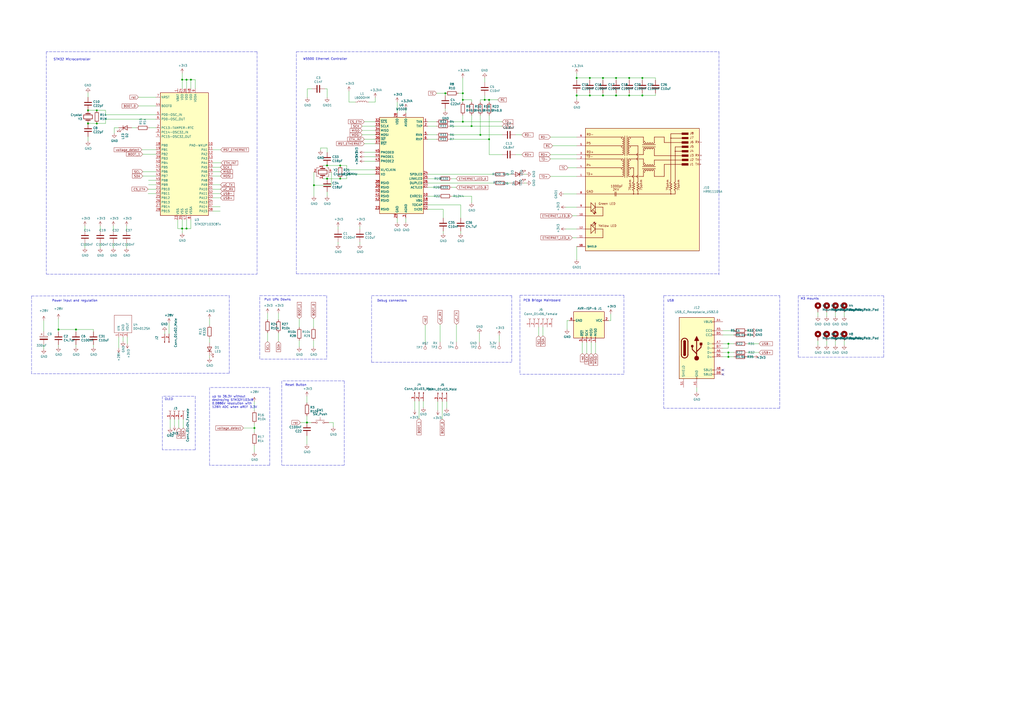
<source format=kicad_sch>
(kicad_sch (version 20211123) (generator eeschema)
  (paper "A2")
  (title_block (title "ETHERSWEEP 4") (rev "4.0.1") (company "github.com/neumi"))
  (junction (at 422.529 204.47))
  (junction (at 268.478 57.912))
  (junction (at 281.178 57.912))
  (junction (at 105.664 46.228))
  (junction (at 108.204 46.228))
  (junction (at 422.529 207.01))
  (junction (at 105.664 132.588))
  (junction (at 56.134 64.008))
  (junction (at 357.378 55.372))
  (junction (at 283.718 57.912))
  (junction (at 51.054 71.628))
  (junction (at 422.529 199.39))
  (junction (at 334.518 45.212))
  (junction (at 197.358 103.632))
  (junction (at 268.478 54.102))
  (junction (at 110.744 46.228))
  (junction (at 342.138 55.372))
  (junction (at 283.718 80.772))
  (junction (at 273.558 73.152))
  (junction (at 189.738 103.632))
  (junction (at 372.618 55.372))
  (junction (at 182.118 107.442))
  (junction (at 364.998 45.212))
  (junction (at 51.054 64.008))
  (junction (at 44.069 191.135))
  (junction (at 349.758 45.212))
  (junction (at 342.138 45.212))
  (junction (at 364.998 55.372))
  (junction (at 33.909 191.135))
  (junction (at 349.758 55.372))
  (junction (at 357.378 45.212))
  (junction (at 108.204 132.588))
  (junction (at 278.638 78.232))
  (junction (at 372.618 45.212))
  (junction (at 178.054 245.11))
  (junction (at 258.318 54.102))
  (junction (at 189.738 96.012))
  (junction (at 334.518 55.372))
  (junction (at 56.134 71.628))
  (junction (at 197.358 96.012))
  (junction (at 268.478 70.612))
  (junction (at 147.574 248.285))
  (no_connect (at 419.354 217.17))
  (no_connect (at 419.354 214.63))
  (wire (pts (xy 25.4 192.278) (xy 25.4 185.928)))
  (wire (pts (xy 105.664 46.228) (xy 105.664 42.418)))
  (wire (pts (xy 254.508 113.792) (xy 248.158 113.792)))
  (wire (pts (xy 51.054 79.248) (xy 51.054 81.788)))
  (wire (pts (xy 211.328 88.392) (xy 217.678 88.392)))
  (polyline (pts (xy 113.284 260.985) (xy 94.234 260.985)))
  (polyline (pts (xy 150.749 208.28) (xy 150.749 171.45)))
  (wire (pts (xy 273.558 73.152) (xy 291.338 73.152)))
  (wire (pts (xy 82.804 99.568) (xy 90.424 99.568)))
  (wire (pts (xy 101.219 243.205) (xy 101.219 247.015)))
  (wire (pts (xy 106.299 248.285) (xy 106.299 243.205)))
  (wire (pts (xy 189.738 103.632) (xy 197.358 103.632)))
  (wire (pts (xy 364.998 46.482) (xy 364.998 45.212)))
  (polyline (pts (xy 94.234 229.87) (xy 94.234 260.985)))
  (polyline (pts (xy 171.958 29.972) (xy 417.068 29.972)))
  (wire (pts (xy 82.804 89.408) (xy 90.424 89.408)))
  (wire (pts (xy 217.678 101.092) (xy 201.168 101.092)))
  (polyline (pts (xy 156.464 269.875) (xy 121.539 269.875)))
  (wire (pts (xy 267.208 134.112) (xy 267.208 135.382)))
  (wire (pts (xy 334.518 42.672) (xy 334.518 45.212)))
  (wire (pts (xy 364.998 54.102) (xy 364.998 55.372)))
  (wire (pts (xy 260.858 73.152) (xy 273.558 73.152)))
  (wire (pts (xy 357.378 55.372) (xy 364.998 55.372)))
  (wire (pts (xy 253.238 80.772) (xy 248.158 80.772)))
  (wire (pts (xy 474.472 197.612) (xy 474.472 200.152)))
  (wire (pts (xy 484.632 197.612) (xy 484.632 200.152)))
  (wire (pts (xy 82.804 102.108) (xy 90.424 102.108)))
  (wire (pts (xy 419.354 191.77) (xy 425.704 191.77)))
  (polyline (pts (xy 463.042 171.577) (xy 463.042 207.137)))
  (wire (pts (xy 202.438 52.832) (xy 202.438 59.182)))
  (polyline (pts (xy 296.799 171.45) (xy 296.799 210.185)))
  (wire (pts (xy 201.168 96.012) (xy 197.358 96.012)))
  (wire (pts (xy 258.318 55.372) (xy 258.318 54.102)))
  (wire (pts (xy 123.444 114.808) (xy 127.889 114.808)))
  (wire (pts (xy 123.444 122.428) (xy 127.762 122.428)))
  (polyline (pts (xy 121.539 224.79) (xy 121.539 269.875)))
  (wire (pts (xy 380.238 55.372) (xy 380.238 54.102)))
  (wire (pts (xy 349.758 45.212) (xy 342.138 45.212)))
  (wire (pts (xy 248.158 118.872) (xy 267.208 118.872)))
  (wire (pts (xy 121.539 206.375) (xy 121.539 207.645)))
  (wire (pts (xy 372.618 45.212) (xy 364.998 45.212)))
  (wire (pts (xy 25.4 199.898) (xy 25.4 202.438)))
  (wire (pts (xy 258.318 62.992) (xy 258.318 64.262)))
  (wire (pts (xy 253.238 54.102) (xy 258.318 54.102)))
  (wire (pts (xy 422.529 207.01) (xy 425.704 207.01)))
  (polyline (pts (xy 163.449 220.98) (xy 163.449 269.875)))
  (wire (pts (xy 56.134 64.008) (xy 61.214 64.008)))
  (wire (pts (xy 217.678 83.312) (xy 211.328 83.312)))
  (wire (pts (xy 319.278 89.662) (xy 334.518 89.662)))
  (wire (pts (xy 283.718 66.802) (xy 283.718 80.772)))
  (wire (pts (xy 281.178 45.212) (xy 281.178 47.752)))
  (wire (pts (xy 201.168 98.552) (xy 217.678 98.552)))
  (wire (pts (xy 256.54 243.078) (xy 256.54 232.918)))
  (wire (pts (xy 108.204 127.508) (xy 108.204 132.588)))
  (wire (pts (xy 187.198 96.012) (xy 189.738 96.012)))
  (wire (pts (xy 98.044 193.675) (xy 98.044 187.325)))
  (wire (pts (xy 110.744 132.588) (xy 108.204 132.588)))
  (wire (pts (xy 419.354 207.01) (xy 422.529 207.01)))
  (wire (pts (xy 61.214 66.548) (xy 90.424 66.548)))
  (wire (pts (xy 268.478 70.612) (xy 291.338 70.612)))
  (wire (pts (xy 61.214 64.008) (xy 61.214 66.548)))
  (wire (pts (xy 289.56 198.374) (xy 289.56 194.564)))
  (wire (pts (xy 201.168 101.092) (xy 201.168 103.632)))
  (wire (pts (xy 283.718 89.662) (xy 291.338 89.662)))
  (wire (pts (xy 354.33 185.928) (xy 354.33 182.118)))
  (wire (pts (xy 293.878 106.172) (xy 296.418 106.172)))
  (wire (pts (xy 210.058 78.232) (xy 217.678 78.232)))
  (wire (pts (xy 210.058 75.692) (xy 217.678 75.692)))
  (wire (pts (xy 404.114 224.79) (xy 404.114 227.33)))
  (wire (pts (xy 334.518 143.002) (xy 334.518 150.622)))
  (wire (pts (xy 86.106 107.188) (xy 90.424 107.188)))
  (wire (pts (xy 161.544 185.42) (xy 161.544 181.61)))
  (wire (pts (xy 103.759 243.205) (xy 103.759 248.285)))
  (wire (pts (xy 334.518 45.212) (xy 334.518 46.482)))
  (wire (pts (xy 312.42 189.738) (xy 312.42 194.818)))
  (wire (pts (xy 192.278 107.442) (xy 182.118 107.442)))
  (wire (pts (xy 178.054 241.3) (xy 178.054 245.11)))
  (polyline (pts (xy 171.958 158.877) (xy 417.068 158.877)))
  (wire (pts (xy 262.128 103.632) (xy 264.668 103.632)))
  (wire (pts (xy 110.744 127.508) (xy 110.744 132.588)))
  (wire (pts (xy 66.294 74.168) (xy 66.294 77.343)))
  (polyline (pts (xy 417.068 29.972) (xy 417.068 159.512)))
  (wire (pts (xy 33.909 200.025) (xy 33.909 201.295)))
  (wire (pts (xy 123.444 97.028) (xy 127.889 97.028)))
  (wire (pts (xy 65.786 141.224) (xy 65.786 143.764)))
  (wire (pts (xy 49.276 131.064) (xy 49.276 133.604)))
  (wire (pts (xy 320.548 84.582) (xy 334.518 84.582)))
  (wire (pts (xy 334.518 112.522) (xy 326.898 112.522)))
  (wire (pts (xy 259.08 232.918) (xy 259.08 236.728)))
  (wire (pts (xy 213.868 59.182) (xy 217.678 59.182)))
  (wire (pts (xy 314.96 194.818) (xy 314.96 189.738)))
  (polyline (pts (xy 26.924 29.972) (xy 26.924 159.004)))
  (wire (pts (xy 189.738 85.852) (xy 185.928 85.852)))
  (wire (pts (xy 268.478 59.182) (xy 268.478 57.912)))
  (wire (pts (xy 90.424 112.268) (xy 85.852 112.268)))
  (wire (pts (xy 257.048 134.112) (xy 257.048 135.382)))
  (wire (pts (xy 182.118 99.822) (xy 182.118 107.442)))
  (wire (pts (xy 342.138 45.212) (xy 334.518 45.212)))
  (wire (pts (xy 66.294 74.168) (xy 68.834 74.168)))
  (wire (pts (xy 364.998 45.212) (xy 357.378 45.212)))
  (wire (pts (xy 155.194 185.42) (xy 155.194 181.61)))
  (wire (pts (xy 283.718 57.912) (xy 288.798 57.912)))
  (polyline (pts (xy 149.098 29.972) (xy 26.924 29.972)))
  (wire (pts (xy 128.27 94.488) (xy 123.444 94.488)))
  (wire (pts (xy 349.758 54.102) (xy 349.758 55.372)))
  (wire (pts (xy 178.308 56.642) (xy 178.308 51.562)))
  (wire (pts (xy 304.038 106.172) (xy 305.308 106.172)))
  (polyline (pts (xy 215.519 210.185) (xy 296.799 210.185)))
  (wire (pts (xy 51.054 56.388) (xy 51.054 53.848)))
  (wire (pts (xy 357.378 46.482) (xy 357.378 45.212)))
  (wire (pts (xy 334.518 137.922) (xy 331.978 137.922)))
  (polyline (pts (xy 189.484 171.45) (xy 189.484 208.28)))
  (wire (pts (xy 201.168 96.012) (xy 201.168 98.552)))
  (wire (pts (xy 105.664 132.588) (xy 103.124 132.588)))
  (wire (pts (xy 65.786 131.064) (xy 65.786 133.604)))
  (polyline (pts (xy 113.284 229.87) (xy 113.284 260.985)))
  (wire (pts (xy 422.529 204.47) (xy 425.704 204.47)))
  (wire (pts (xy 283.718 80.772) (xy 283.718 89.662)))
  (wire (pts (xy 262.128 108.712) (xy 264.668 108.712)))
  (wire (pts (xy 372.618 54.102) (xy 372.618 55.372)))
  (wire (pts (xy 298.958 78.232) (xy 302.768 78.232)))
  (polyline (pts (xy 215.519 210.185) (xy 215.519 171.45)))
  (wire (pts (xy 246.634 188.468) (xy 246.634 198.628)))
  (wire (pts (xy 95.504 193.675) (xy 95.504 192.405)))
  (wire (pts (xy 433.324 204.47) (xy 440.309 204.47)))
  (wire (pts (xy 188.468 51.562) (xy 189.738 51.562)))
  (polyline (pts (xy 361.95 217.043) (xy 301.625 217.043)))
  (wire (pts (xy 354.33 185.928) (xy 353.06 185.928)))
  (wire (pts (xy 147.574 248.285) (xy 147.574 250.825)))
  (wire (pts (xy 268.478 54.102) (xy 268.478 57.912)))
  (polyline (pts (xy 385.064 171.45) (xy 452.374 171.45)))
  (wire (pts (xy 319.278 92.202) (xy 334.518 92.202)))
  (wire (pts (xy 334.518 55.372) (xy 334.518 57.912)))
  (polyline (pts (xy 18.288 171.704) (xy 132.969 171.45)))
  (polyline (pts (xy 156.464 224.79) (xy 156.464 269.875)))
  (wire (pts (xy 44.069 191.135) (xy 44.069 192.405)))
  (wire (pts (xy 422.529 201.93) (xy 422.529 199.39)))
  (wire (pts (xy 110.744 46.228) (xy 113.284 46.228)))
  (polyline (pts (xy 18.288 171.704) (xy 18.288 216.789)))
  (polyline (pts (xy 94.869 229.87) (xy 113.284 229.87)))
  (wire (pts (xy 273.558 57.912) (xy 273.558 59.182)))
  (wire (pts (xy 123.444 99.568) (xy 127.889 99.568)))
  (wire (pts (xy 268.478 45.212) (xy 268.478 54.102)))
  (polyline (pts (xy 199.644 220.98) (xy 199.644 269.875)))
  (wire (pts (xy 178.054 233.68) (xy 178.054 229.87)))
  (wire (pts (xy 174.244 245.11) (xy 178.054 245.11)))
  (wire (pts (xy 329.438 97.282) (xy 334.518 97.282)))
  (wire (pts (xy 193.294 245.11) (xy 193.294 247.65)))
  (wire (pts (xy 217.678 70.612) (xy 211.328 70.612)))
  (wire (pts (xy 33.909 191.135) (xy 44.069 191.135)))
  (wire (pts (xy 298.958 89.662) (xy 302.768 89.662)))
  (wire (pts (xy 372.618 46.482) (xy 372.618 45.212)))
  (wire (pts (xy 357.378 54.102) (xy 357.378 55.372)))
  (wire (pts (xy 278.638 78.232) (xy 291.338 78.232)))
  (wire (pts (xy 33.909 191.135) (xy 33.909 184.785)))
  (wire (pts (xy 474.472 181.102) (xy 474.472 183.642)))
  (wire (pts (xy 340.36 198.628) (xy 340.36 204.978)))
  (wire (pts (xy 192.278 99.822) (xy 192.278 107.442)))
  (wire (pts (xy 54.229 200.025) (xy 54.229 201.295)))
  (wire (pts (xy 73.406 131.064) (xy 73.406 133.604)))
  (wire (pts (xy 262.128 113.792) (xy 273.558 113.792)))
  (polyline (pts (xy 149.098 29.972) (xy 149.098 159.004)))
  (wire (pts (xy 255.27 198.374) (xy 255.27 188.214)))
  (wire (pts (xy 51.054 71.628) (xy 56.134 71.628)))
  (wire (pts (xy 185.928 85.852) (xy 185.928 87.122)))
  (wire (pts (xy 419.354 199.39) (xy 422.529 199.39)))
  (wire (pts (xy 260.858 78.232) (xy 278.638 78.232)))
  (wire (pts (xy 319.278 102.362) (xy 334.518 102.362)))
  (wire (pts (xy 334.518 54.102) (xy 334.518 55.372)))
  (wire (pts (xy 108.204 46.228) (xy 108.204 51.308)))
  (wire (pts (xy 110.744 46.228) (xy 110.744 51.308)))
  (wire (pts (xy 342.9 204.978) (xy 342.9 198.628)))
  (polyline (pts (xy 463.042 171.577) (xy 512.572 171.577)))
  (wire (pts (xy 73.914 195.58) (xy 73.914 199.39)))
  (wire (pts (xy 61.214 69.088) (xy 61.214 71.628)))
  (wire (pts (xy 479.552 197.612) (xy 479.552 200.152)))
  (polyline (pts (xy 164.084 220.98) (xy 199.644 220.98)))
  (wire (pts (xy 105.664 46.228) (xy 108.204 46.228)))
  (wire (pts (xy 202.438 59.182) (xy 206.248 59.182)))
  (wire (pts (xy 123.444 109.728) (xy 127.889 109.728)))
  (wire (pts (xy 357.378 45.212) (xy 349.758 45.212)))
  (wire (pts (xy 217.678 59.182) (xy 217.678 56.642)))
  (wire (pts (xy 278.638 59.182) (xy 278.638 57.912)))
  (wire (pts (xy 319.278 79.502) (xy 334.518 79.502)))
  (wire (pts (xy 161.544 198.12) (xy 161.544 193.04)))
  (wire (pts (xy 337.82 198.628) (xy 337.82 204.978)))
  (wire (pts (xy 380.238 45.212) (xy 372.618 45.212)))
  (wire (pts (xy 484.632 181.102) (xy 484.632 183.642)))
  (wire (pts (xy 123.444 102.108) (xy 127.889 102.108)))
  (wire (pts (xy 103.124 132.588) (xy 103.124 127.508)))
  (wire (pts (xy 78.994 74.168) (xy 76.454 74.168)))
  (wire (pts (xy 278.638 66.802) (xy 278.638 78.232)))
  (wire (pts (xy 123.444 86.868) (xy 128.016 86.868)))
  (wire (pts (xy 178.308 51.562) (xy 180.848 51.562)))
  (wire (pts (xy 230.378 59.182) (xy 230.378 65.532)))
  (wire (pts (xy 248.158 101.092) (xy 286.258 101.092)))
  (wire (pts (xy 73.406 141.224) (xy 73.406 143.764)))
  (wire (pts (xy 208.788 140.462) (xy 208.788 141.732)))
  (wire (pts (xy 281.178 55.372) (xy 281.178 57.912)))
  (wire (pts (xy 433.324 191.77) (xy 435.864 191.77)))
  (wire (pts (xy 33.909 191.135) (xy 33.909 192.405)))
  (wire (pts (xy 265.938 54.102) (xy 268.478 54.102)))
  (wire (pts (xy 189.738 96.012) (xy 197.358 96.012)))
  (wire (pts (xy 68.834 195.58) (xy 68.834 201.93)))
  (wire (pts (xy 433.324 207.01) (xy 437.134 207.01)))
  (wire (pts (xy 80.264 61.468) (xy 90.424 61.468)))
  (wire (pts (xy 90.424 109.728) (xy 85.852 109.728)))
  (wire (pts (xy 80.264 56.388) (xy 90.424 56.388)))
  (wire (pts (xy 108.204 46.228) (xy 110.744 46.228)))
  (wire (pts (xy 208.788 131.572) (xy 208.788 132.842)))
  (wire (pts (xy 173.609 184.785) (xy 173.609 189.865)))
  (wire (pts (xy 121.539 188.595) (xy 121.539 184.785)))
  (wire (pts (xy 240.538 232.664) (xy 240.538 237.744)))
  (polyline (pts (xy 150.749 171.45) (xy 189.484 171.45)))
  (wire (pts (xy 267.208 118.872) (xy 267.208 126.492)))
  (wire (pts (xy 433.324 199.39) (xy 440.309 199.39)))
  (wire (pts (xy 90.424 86.868) (xy 82.296 86.868)))
  (wire (pts (xy 187.198 103.632) (xy 189.738 103.632)))
  (polyline (pts (xy 512.572 207.137) (xy 512.572 171.577)))
  (wire (pts (xy 422.529 204.47) (xy 422.529 207.01)))
  (wire (pts (xy 248.158 106.172) (xy 286.258 106.172)))
  (wire (pts (xy 334.518 125.222) (xy 331.978 125.222)))
  (wire (pts (xy 189.738 88.392) (xy 189.738 85.852)))
  (polyline (pts (xy 189.484 208.28) (xy 150.749 208.28)))
  (polyline (pts (xy 301.625 171.323) (xy 361.95 171.323)))
  (wire (pts (xy 230.378 126.492) (xy 230.378 129.032)))
  (wire (pts (xy 281.178 57.912) (xy 283.718 57.912)))
  (wire (pts (xy 147.574 258.445) (xy 147.574 262.255)))
  (wire (pts (xy 248.158 70.612) (xy 253.238 70.612)))
  (wire (pts (xy 304.038 101.092) (xy 305.308 101.092)))
  (wire (pts (xy 86.106 104.648) (xy 90.424 104.648)))
  (polyline (pts (xy 215.519 171.45) (xy 296.799 171.45)))
  (wire (pts (xy 71.374 195.58) (xy 71.374 198.12)))
  (wire (pts (xy 51.054 64.008) (xy 56.134 64.008)))
  (wire (pts (xy 419.354 204.47) (xy 422.529 204.47)))
  (wire (pts (xy 105.664 46.228) (xy 105.664 51.308)))
  (wire (pts (xy 283.718 57.912) (xy 283.718 59.182)))
  (wire (pts (xy 235.458 126.492) (xy 235.458 129.032)))
  (wire (pts (xy 56.134 71.628) (xy 61.214 71.628)))
  (wire (pts (xy 245.618 232.664) (xy 245.618 236.474)))
  (wire (pts (xy 364.998 55.372) (xy 372.618 55.372)))
  (wire (pts (xy 422.529 199.39) (xy 425.704 199.39)))
  (wire (pts (xy 260.858 80.772) (xy 283.718 80.772)))
  (wire (pts (xy 211.328 90.932) (xy 217.678 90.932)))
  (wire (pts (xy 58.166 131.064) (xy 58.166 133.604)))
  (wire (pts (xy 278.638 57.912) (xy 281.178 57.912)))
  (wire (pts (xy 235.458 62.992) (xy 235.458 65.532)))
  (polyline (pts (xy 385.064 171.45) (xy 385.064 236.855)))
  (polyline (pts (xy 361.95 171.323) (xy 361.95 217.043)))
  (wire (pts (xy 211.328 93.472) (xy 217.678 93.472)))
  (wire (pts (xy 54.229 191.135) (xy 54.229 192.405)))
  (wire (pts (xy 58.166 141.224) (xy 58.166 143.764)))
  (wire (pts (xy 243.078 242.824) (xy 243.078 232.664)))
  (wire (pts (xy 182.118 107.442) (xy 182.118 113.792)))
  (wire (pts (xy 264.795 188.214) (xy 264.795 198.374)))
  (wire (pts (xy 334.518 55.372) (xy 342.138 55.372)))
  (wire (pts (xy 44.069 200.025) (xy 44.069 201.295)))
  (polyline (pts (xy 301.625 171.323) (xy 301.625 217.043)))
  (wire (pts (xy 196.088 131.572) (xy 196.088 132.842)))
  (wire (pts (xy 328.93 185.928) (xy 328.93 191.008)))
  (wire (pts (xy 61.214 69.088) (xy 90.424 69.088)))
  (wire (pts (xy 123.444 107.188) (xy 127.889 107.188)))
  (wire (pts (xy 196.088 140.462) (xy 196.088 141.732)))
  (wire (pts (xy 98.679 243.205) (xy 98.679 248.285)))
  (wire (pts (xy 268.478 66.802) (xy 268.478 70.612)))
  (wire (pts (xy 105.664 132.588) (xy 105.664 135.128)))
  (polyline (pts (xy 26.924 159.004) (xy 149.098 159.004)))
  (wire (pts (xy 273.558 113.792) (xy 273.558 117.602)))
  (wire (pts (xy 342.138 46.482) (xy 342.138 45.212)))
  (wire (pts (xy 342.138 54.102) (xy 342.138 55.372)))
  (wire (pts (xy 278.13 198.374) (xy 278.13 193.294)))
  (polyline (pts (xy 171.958 158.877) (xy 171.958 29.972)))
  (polyline (pts (xy 122.174 224.79) (xy 156.464 224.79)))
  (wire (pts (xy 372.618 55.372) (xy 380.238 55.372)))
  (polyline (pts (xy 452.374 171.45) (xy 452.374 236.855)))
  (wire (pts (xy 155.194 193.04) (xy 155.194 198.12)))
  (wire (pts (xy 254 232.918) (xy 254 237.998)))
  (wire (pts (xy 479.552 181.102) (xy 479.552 183.642)))
  (polyline (pts (xy 452.374 236.855) (xy 385.064 236.855)))
  (wire (pts (xy 105.664 127.508) (xy 105.664 132.588)))
  (polyline (pts (xy 463.042 207.137) (xy 512.572 207.137)))
  (wire (pts (xy 90.424 74.168) (xy 86.614 74.168)))
  (wire (pts (xy 178.054 252.73) (xy 178.054 257.81)))
  (wire (pts (xy 147.574 238.125) (xy 147.574 233.045)))
  (wire (pts (xy 189.738 51.562) (xy 189.738 56.642)))
  (wire (pts (xy 257.048 121.412) (xy 257.048 126.492)))
  (wire (pts (xy 273.558 66.802) (xy 273.558 73.152)))
  (wire (pts (xy 123.444 112.268) (xy 127.889 112.268)))
  (wire (pts (xy 349.758 55.372) (xy 357.378 55.372)))
  (wire (pts (xy 105.664 132.588) (xy 108.204 132.588)))
  (wire (pts (xy 345.44 198.628) (xy 345.44 204.978)))
  (wire (pts (xy 293.878 101.092) (xy 296.418 101.092)))
  (wire (pts (xy 268.478 57.912) (xy 273.558 57.912)))
  (polyline (pts (xy 199.644 269.875) (xy 163.449 269.875)))
  (wire (pts (xy 330.2 185.928) (xy 328.93 185.928)))
  (wire (pts (xy 380.238 46.482) (xy 380.238 45.212)))
  (wire (pts (xy 197.358 103.632) (xy 201.168 103.632)))
  (wire (pts (xy 489.712 181.102) (xy 489.712 183.642)))
  (wire (pts (xy 419.354 201.93) (xy 422.529 201.93)))
  (wire (pts (xy 433.324 194.31) (xy 435.864 194.31)))
  (wire (pts (xy 328.168 120.142) (xy 334.518 120.142)))
  (wire (pts (xy 419.354 194.31) (xy 425.704 194.31)))
  (wire (pts (xy 248.158 103.632) (xy 254.508 103.632)))
  (wire (pts (xy 44.069 191.135) (xy 54.229 191.135)))
  (wire (pts (xy 127.762 119.888) (xy 123.444 119.888)))
  (wire (pts (xy 49.276 141.224) (xy 49.276 143.764)))
  (wire (pts (xy 181.864 189.865) (xy 181.864 184.785)))
  (wire (pts (xy 113.284 46.228) (xy 113.284 51.308)))
  (wire (pts (xy 489.712 197.612) (xy 489.712 200.152)))
  (wire (pts (xy 190.754 245.11) (xy 193.294 245.11)))
  (wire (pts (xy 260.858 70.612) (xy 268.478 70.612)))
  (wire (pts (xy 173.609 197.485) (xy 173.609 201.295)))
  (wire (pts (xy 181.864 197.485) (xy 181.864 201.295)))
  (wire (pts (xy 342.138 55.372) (xy 349.758 55.372)))
  (wire (pts (xy 141.224 248.285) (xy 147.574 248.285)))
  (wire (pts (xy 178.054 245.11) (xy 180.594 245.11)))
  (wire (pts (xy 248.158 108.712) (xy 254.508 108.712)))
  (wire (pts (xy 189.738 111.252) (xy 189.738 113.792)))
  (wire (pts (xy 210.058 73.152) (xy 217.678 73.152)))
  (wire (pts (xy 248.158 78.232) (xy 253.238 78.232)))
  (wire (pts (xy 253.238 73.152) (xy 248.158 73.152)))
  (wire (pts (xy 328.168 132.842) (xy 334.518 132.842)))
  (polyline (pts (xy 132.969 171.45) (xy 132.969 216.535)))
  (wire (pts (xy 248.158 121.412) (xy 257.048 121.412)))
  (wire (pts (xy 121.539 196.215) (xy 121.539 198.755)))
  (wire (pts (xy 349.758 46.482) (xy 349.758 45.212)))
  (wire (pts (xy 217.678 80.772) (xy 211.328 80.772)))
  (wire (pts (xy 147.574 245.745) (xy 147.574 248.285)))
  (polyline (pts (xy 132.969 216.535) (xy 18.288 216.789)))
  (text "USB" (at 386.969 175.26 0) (effects (font (size 1.27 1.27)) (justify left bottom)))
  (text "W5500 Ethernet Controller" (at 175.768 35.052 0) (effects (font (size 1.27 1.27)) (justify left bottom)))
  (text "M3 mounts" (at 464.312 174.117 0) (effects (font (size 1.27 1.27)) (justify left bottom)))
  (text "OLED" (at 95.504 232.41 0) (effects (font (size 1.27 1.27)) (justify left bottom)))
  (text "Power input and regulation" (at 30.099 175.26 0) (effects (font (size 1.27 1.27)) (justify left bottom)))
  (text "Debug connectors" (at 218.694 175.26 0) (effects (font (size 1.27 1.27)) (justify left bottom)))
  (text "Pull UPs Downs\n" (at 153.289 174.625 0) (effects (font (size 1.27 1.27)) (justify left bottom)))
  (text "STM32 Microcontroller" (at 30.988 35.306 0) (effects (font (size 1.27 1.27)) (justify left bottom)))
  (text "up to 36.3V without \ndestroying STM32F103c8 \n0,0886V resolution with \n12Bit ADC when aREF 3.3V" (at 122.936 236.982 0) (effects (font (size 1.27 1.27)) (justify left bottom)))
  (text "Reset Button" (at 165.354 224.155 0) (effects (font (size 1.27 1.27)) (justify left bottom)))
  (text "PCB Bridge Mainboard" (at 303.53 175.133 0) (effects (font (size 1.27 1.27)) (justify left bottom)))
  (global_label "USB+" (shape input) (at 127.889 114.808 0) (property "Intersheet References" "${INTERSHEET_REFS}" (effects hide)))
  (global_label "TD-" (shape input) (at 291.338 70.612 0) (property "Intersheet References" "${INTERSHEET_REFS}" (effects hide)))
  (global_label "RST_ETHERNET" (shape input) (at 211.328 83.312 180) (property "Intersheet References" "${INTERSHEET_REFS}" (effects hide)))
  (global_label "TC" (shape input) (at 329.438 97.282 180) (property "Intersheet References" "${INTERSHEET_REFS}" (effects hide)))
  (global_label "ETH_INT" (shape input) (at 128.27 94.488 0) (property "Intersheet References" "${INTERSHEET_REFS}" (effects hide)))
  (global_label "rst" (shape input) (at 337.82 204.978 270) (property "Intersheet References" "${INTERSHEET_REFS}" (effects hide)))
  (global_label "USB+" (shape input) (at 440.309 204.47 0) (property "Intersheet References" "${INTERSHEET_REFS}" (effects hide)))
  (global_label "TD+" (shape input) (at 319.278 102.362 180) (property "Intersheet References" "${INTERSHEET_REFS}" (effects hide)))
  (global_label "MOSI" (shape input) (at 342.9 204.978 270) (property "Intersheet References" "${INTERSHEET_REFS}" (effects hide)))
  (global_label "TD+" (shape input) (at 291.338 73.152 0) (property "Intersheet References" "${INTERSHEET_REFS}" (effects hide)))
  (global_label "RC" (shape input) (at 320.548 84.582 180) (property "Intersheet References" "${INTERSHEET_REFS}" (effects hide)))
  (global_label "RST_ETHERNET" (shape input) (at 128.016 86.868 0) (property "Intersheet References" "${INTERSHEET_REFS}" (effects hide)))
  (global_label "MISO" (shape input) (at 345.44 204.978 270) (property "Intersheet References" "${INTERSHEET_REFS}" (effects hide)))
  (global_label "SCK" (shape input) (at 210.058 73.152 180) (property "Intersheet References" "${INTERSHEET_REFS}" (effects hide)))
  (global_label "RD+" (shape input) (at 302.768 89.662 0) (property "Intersheet References" "${INTERSHEET_REFS}" (effects hide)))
  (global_label "uC_TX" (shape input) (at 264.795 188.214 90) (property "Intersheet References" "${INTERSHEET_REFS}" (effects hide)))
  (global_label "BOOT_1" (shape input) (at 82.804 89.408 180) (property "Intersheet References" "${INTERSHEET_REFS}" (effects hide)))
  (global_label "ETHERNET_LED_A" (shape input) (at 331.978 137.922 180) (property "Intersheet References" "${INTERSHEET_REFS}" (effects hide)))
  (global_label "SCL" (shape input) (at 82.804 99.568 180) (property "Intersheet References" "${INTERSHEET_REFS}" (effects hide)))
  (global_label "ETH_INT" (shape input) (at 211.328 80.772 180) (property "Intersheet References" "${INTERSHEET_REFS}" (effects hide)))
  (global_label "SDA" (shape input) (at 314.96 194.818 270) (property "Intersheet References" "${INTERSHEET_REFS}" (effects hide)))
  (global_label "BOOT_0" (shape input) (at 80.264 61.468 180) (property "Intersheet References" "${INTERSHEET_REFS}" (effects hide)))
  (global_label "BOOT_0" (shape input) (at 181.864 184.785 90) (property "Intersheet References" "${INTERSHEET_REFS}" (effects hide)))
  (global_label "RD+" (shape input) (at 319.278 89.662 180) (property "Intersheet References" "${INTERSHEET_REFS}" (effects hide)))
  (global_label "MISO" (shape input) (at 210.058 75.692 180) (property "Intersheet References" "${INTERSHEET_REFS}" (effects hide)))
  (global_label "voltage_detect" (shape input) (at 141.224 248.285 180) (property "Intersheet References" "${INTERSHEET_REFS}" (effects hide)))
  (global_label "voltage_detect" (shape input) (at 82.296 86.868 180) (property "Intersheet References" "${INTERSHEET_REFS}" (effects hide)))
  (global_label "CS_ETH" (shape input) (at 85.852 109.728 180) (property "Intersheet References" "${INTERSHEET_REFS}" (effects hide)))
  (global_label "BOOT_0" (shape input) (at 256.54 243.078 270) (property "Intersheet References" "${INTERSHEET_REFS}" (effects hide)))
  (global_label "BOOT_1" (shape input) (at 243.078 242.824 270) (property "Intersheet References" "${INTERSHEET_REFS}" (effects hide)))
  (global_label "SDA" (shape input) (at 161.544 198.12 270) (property "Intersheet References" "${INTERSHEET_REFS}" (effects hide)))
  (global_label "SCL" (shape input) (at 155.194 198.12 270) (property "Intersheet References" "${INTERSHEET_REFS}" (effects hide)))
  (global_label "CS_ETH" (shape input) (at 211.328 70.612 180) (property "Intersheet References" "${INTERSHEET_REFS}" (effects hide)))
  (global_label "uC_RX" (shape input) (at 255.27 188.214 90) (property "Intersheet References" "${INTERSHEET_REFS}" (effects hide)))
  (global_label "SCK" (shape input) (at 340.36 204.978 270) (property "Intersheet References" "${INTERSHEET_REFS}" (effects hide)))
  (global_label "MOSI" (shape input) (at 127.889 102.108 0) (property "Intersheet References" "${INTERSHEET_REFS}" (effects hide)))
  (global_label "uC_TX" (shape input) (at 127.889 107.188 0) (property "Intersheet References" "${INTERSHEET_REFS}" (effects hide)))
  (global_label "BOOT_1" (shape input) (at 173.609 184.785 90) (property "Intersheet References" "${INTERSHEET_REFS}" (effects hide)))
  (global_label "MOSI" (shape input) (at 210.058 78.232 180) (property "Intersheet References" "${INTERSHEET_REFS}" (effects hide)))
  (global_label "uC_RX" (shape input) (at 127.889 109.728 0) (property "Intersheet References" "${INTERSHEET_REFS}" (effects hide)))
  (global_label "rst" (shape input) (at 174.244 245.11 180) (property "Intersheet References" "${INTERSHEET_REFS}" (effects hide)))
  (global_label "TD-" (shape input) (at 319.278 92.202 180) (property "Intersheet References" "${INTERSHEET_REFS}" (effects hide)))
  (global_label "ETHERNET_LED_B" (shape input) (at 264.668 108.712 0) (property "Intersheet References" "${INTERSHEET_REFS}" (effects hide)))
  (global_label "rst" (shape input) (at 246.634 188.468 90) (property "Intersheet References" "${INTERSHEET_REFS}" (effects hide)))
  (global_label "RC" (shape input) (at 288.798 57.912 0) (property "Intersheet References" "${INTERSHEET_REFS}" (effects hide)))
  (global_label "SCL" (shape input) (at 103.759 248.285 270) (property "Intersheet References" "${INTERSHEET_REFS}" (effects hide)))
  (global_label "USB-" (shape input) (at 440.309 199.39 0) (property "Intersheet References" "${INTERSHEET_REFS}" (effects hide)))
  (global_label "MISO" (shape input) (at 127.889 99.568 0) (property "Intersheet References" "${INTERSHEET_REFS}" (effects hide)))
  (global_label "SDA" (shape input) (at 106.299 248.285 270) (property "Intersheet References" "${INTERSHEET_REFS}" (effects hide)))
  (global_label "rst" (shape input) (at 80.264 56.388 180) (property "Intersheet References" "${INTERSHEET_REFS}" (effects hide)))
  (global_label "SCL" (shape input) (at 312.42 194.818 270) (property "Intersheet References" "${INTERSHEET_REFS}" (effects hide)))
  (global_label "USB-" (shape input) (at 127.889 112.268 0) (property "Intersheet References" "${INTERSHEET_REFS}" (effects hide)))
  (global_label "SDA" (shape input) (at 82.804 102.108 180) (property "Intersheet References" "${INTERSHEET_REFS}" (effects hide)))
  (global_label "ETHERNET_LED_B" (shape input) (at 331.978 125.222 180) (property "Intersheet References" "${INTERSHEET_REFS}" (effects hide)))
  (global_label "SCK" (shape input) (at 127.889 97.028 0) (property "Intersheet References" "${INTERSHEET_REFS}" (effects hide)))
  (global_label "RD-" (shape input) (at 319.278 79.502 180) (property "Intersheet References" "${INTERSHEET_REFS}" (effects hide)))
  (global_label "RD-" (shape input) (at 302.768 78.232 0) (property "Intersheet References" "${INTERSHEET_REFS}" (effects hide)))
  (global_label "ETHERNET_LED_A" (shape input) (at 264.668 103.632 0) (property "Intersheet References" "${INTERSHEET_REFS}" (effects hide)))
  (global_label "TC" (shape input) (at 253.238 54.102 180) (property "Intersheet References" "${INTERSHEET_REFS}" (effects hide)))
  (symbol (lib_id "power:GND") (at 98.679 248.285 0) (unit 1)
    (property "Reference" "#PWR0124" (effects hide))
    (property "Value" "GND" (at 98.806 252.6792 0))
  )
  (symbol (lib_id "Device:Crystal") (at 51.054 67.818 270) (unit 1)
    (property "Reference" "Y3" (at 47.7266 68.9864 90) (effects (justify right)))
    (property "Value" "Crystal" (at 47.7266 66.675 90) (effects (justify right)))
    (property "Footprint" "Crystal:Crystal_SMD_5032-2Pin_5.0x3.2mm" (effects hide))
    (property "LCSC" "C115962" (effects hide))
  )
  (symbol (lib_id "power:GND") (at 147.574 262.255 0) (unit 1)
    (property "Reference" "#PWR0182" (effects hide))
    (property "Value" "GND" (at 147.701 266.6492 0))
  )
  (symbol (lib_id "Device:R") (at 147.574 254.635 0) (unit 1)
    (property "Reference" "R17" (at 149.352 253.4666 0) (effects (justify left)))
    (property "Value" "R1k" (at 149.352 255.778 0) (effects (justify left)))
    (property "Footprint" "Resistor_SMD:R_0402_1005Metric" (effects hide))
    (property "LCSC" "C11702" (effects hide))
  )
  (symbol (lib_id "Device:R") (at 147.574 241.935 0) (unit 1)
    (property "Reference" "R16" (at 149.352 240.7666 0) (effects (justify left)))
    (property "Value" "R10k" (at 149.352 243.078 0) (effects (justify left)))
    (property "Footprint" "Resistor_SMD:R_0402_1005Metric" (effects hide))
    (property "LCSC" "C25744" (effects hide))
  )
  (symbol (lib_id "Device:C") (at 33.909 196.215 0) (unit 1)
    (property "Reference" "C2" (at 36.83 195.0466 0) (effects (justify left)))
    (property "Value" "C4.7uF" (at 36.83 197.358 0) (effects (justify left)))
    (property "Footprint" "Capacitor_SMD:C_1206_3216Metric" (effects hide))
    (property "LCSC" "C29823" (effects hide))
  )
  (symbol (lib_id "Connector:TestPoint") (at 289.56 198.374 180) (unit 1)
    (property "Reference" "TP1" (at 288.0868 201.3712 0) (effects (justify left)))
    (property "Value" "3.3V" (at 288.0868 199.0598 0) (effects (justify left)))
    (property "Footprint" "TestPoint:TestPoint_Pad_D2.0mm" (effects hide))
  )
  (symbol (lib_id "Connector:TestPoint") (at 278.13 198.374 180) (unit 1)
    (property "Reference" "TP2" (at 276.6568 201.3712 0) (effects (justify left)))
    (property "Value" "GND" (at 276.6568 199.0598 0) (effects (justify left)))
    (property "Footprint" "TestPoint:TestPoint_Pad_D2.0mm" (effects hide))
  )
  (symbol (lib_id "power:GND") (at 278.13 193.294 180) (unit 1)
    (property "Reference" "#PWR0143" (effects hide))
    (property "Value" "GND" (at 278.13 189.484 0))
  )
  (symbol (lib_id "Mechanical:MountingHole_Pad") (at 489.712 178.562 0) (unit 1)
    (property "Reference" "H4" (at 492.252 177.3174 0) (effects (justify left)))
    (property "Value" "MountingHole_Pad" (at 492.252 179.6288 0) (effects (justify left)))
    (property "Footprint" "MountingHole:MountingHole_3.2mm_M3_Pad_Via" (effects hide))
  )
  (symbol (lib_id "power:GND") (at 489.712 183.642 0) (unit 1)
    (property "Reference" "#PWR0144" (effects hide))
    (property "Value" "GND" (at 489.839 188.0362 0))
  )
  (symbol (lib_id "Mechanical:MountingHole_Pad") (at 484.632 178.562 0) (unit 1)
    (property "Reference" "H3" (at 487.172 177.3174 0) (effects (justify left)))
    (property "Value" "MountingHole_Pad" (at 487.172 179.6288 0) (effects (justify left)))
    (property "Footprint" "MountingHole:MountingHole_3.2mm_M3_Pad_Via" (effects hide))
  )
  (symbol (lib_id "power:GND") (at 484.632 183.642 0) (unit 1)
    (property "Reference" "#PWR0145" (effects hide))
    (property "Value" "GND" (at 484.759 188.0362 0))
  )
  (symbol (lib_id "power:+3.3V") (at 289.56 194.564 0) (unit 1)
    (property "Reference" "#PWR0181" (effects hide))
    (property "Value" "+3.3V" (at 289.941 190.1698 0))
  )
  (symbol (lib_id "Mechanical:MountingHole_Pad") (at 479.552 178.562 0) (unit 1)
    (property "Reference" "H2" (at 482.092 177.3174 0) (effects (justify left)))
    (property "Value" "MountingHole_Pad" (at 482.092 179.6288 0) (effects (justify left)))
    (property "Footprint" "MountingHole:MountingHole_3.2mm_M3_Pad_Via" (effects hide))
  )
  (symbol (lib_id "power:GND") (at 479.552 183.642 0) (unit 1)
    (property "Reference" "#PWR0146" (effects hide))
    (property "Value" "GND" (at 479.679 188.0362 0))
  )
  (symbol (lib_id "Mechanical:MountingHole_Pad") (at 474.472 178.562 0) (unit 1)
    (property "Reference" "H1" (at 477.012 177.3174 0) (effects (justify left)))
    (property "Value" "MountingHole_Pad" (at 477.012 179.6288 0) (effects (justify left)))
    (property "Footprint" "MountingHole:MountingHole_3.2mm_M3_Pad_Via" (effects hide))
  )
  (symbol (lib_id "power:GND") (at 474.472 183.642 0) (unit 1)
    (property "Reference" "#PWR0147" (effects hide))
    (property "Value" "GND" (at 474.599 188.0362 0))
  )
  (symbol (lib_id "power:+3.3V") (at 354.33 182.118 0) (unit 1)
    (property "Reference" "#PWR0111" (effects hide))
    (property "Value" "+3.3V" (at 354.711 177.7238 0))
  )
  (symbol (lib_id "power:+3.3V") (at 101.219 247.015 180) (unit 1)
    (property "Reference" "#PWR0112" (effects hide))
    (property "Value" "+3.3V" (at 100.838 251.4092 0))
  )
  (symbol (lib_id "power:+3.3V") (at 178.054 229.87 0) (unit 1)
    (property "Reference" "#PWR0114" (effects hide))
    (property "Value" "+3.3V" (at 178.435 225.4758 0))
  )
  (symbol (lib_id "Interface_Ethernet:W5500") (at 232.918 96.012 0) (unit 1)
    (property "Reference" "U6" (at 232.918 60.9346 0))
    (property "Value" "W5500" (at 232.918 63.246 0))
    (property "Footprint" "Package_QFP:LQFP-48_7x7mm_P0.5mm" (effects hide))
    (property "Datasheet" "http://wizwiki.net/wiki/lib/exe/fetch.php/products:w5500:w5500_ds_v109e.pdf" (effects hide))
    (property "LCSC" " C32843" (effects hide))
  )
  (symbol (lib_id "Connector:Conn_01x04_Female") (at 101.219 238.125 90) (unit 1)
    (property "Reference" "J3" (at 100.584 236.855 90) (effects (justify right)))
    (property "Value" "Conn_01x04_Female" (at 108.839 236.855 0) (effects (justify right)))
    (property "Footprint" "Connector_PinHeader_2.54mm:PinHeader_1x04_P2.54mm_Vertical" (effects hide))
  )
  (symbol (lib_id "Switch:SW_Push") (at 185.674 245.11 0) (unit 1)
    (property "Reference" "SW1" (at 185.674 237.871 0))
    (property "Value" "SW_Push" (at 185.674 240.1824 0))
    (property "Footprint" "Button_Switch_SMD:SW_Push_SPST_NO_Alps_SKRK" (effects hide))
    (property "LCSC" "C720477" (effects hide))
  )
  (symbol (lib_id "power:GND") (at 193.294 247.65 0) (unit 1)
    (property "Reference" "#PWR0103" (effects hide))
    (property "Value" "GND" (at 193.421 252.0442 0))
  )
  (symbol (lib_id "Device:R") (at 178.054 237.49 0) (unit 1)
    (property "Reference" "R3" (at 179.832 236.3216 0) (effects (justify left)))
    (property "Value" "R10k" (at 179.832 238.633 0) (effects (justify left)))
    (property "Footprint" "Resistor_SMD:R_0402_1005Metric" (effects hide))
    (property "LCSC" "C25744" (effects hide))
  )
  (symbol (lib_id "Connector:AVR-ISP-6") (at 340.36 188.468 270) (unit 1)
    (property "Reference" "J1" (at 349.25 178.943 90) (effects (justify right)))
    (property "Value" "AVR-ISP-6" (at 346.075 178.943 90) (effects (justify right)))
    (property "Footprint" "Connector_IDC:IDC-Header_2x03_P2.54mm_Vertical" (effects hide))
    (property "Datasheet" " ~" (effects hide))
  )
  (symbol (lib_id "power:GND") (at 328.93 191.008 0) (unit 1)
    (property "Reference" "#PWR0110" (effects hide))
    (property "Value" "GND" (at 329.057 195.4022 0))
  )
  (symbol (lib_id "Device:R") (at 121.539 192.405 0) (unit 1)
    (property "Reference" "R13" (at 116.2812 192.405 90))
    (property "Value" "R330" (at 118.5926 192.405 90))
    (property "Footprint" "Resistor_SMD:R_0603_1608Metric" (effects hide))
    (property "LCSC" "C23138" (effects hide))
  )
  (symbol (lib_id "power:+3.3V") (at 121.539 184.785 0) (unit 1)
    (property "Reference" "#PWR0134" (effects hide))
    (property "Value" "+3.3V" (at 121.92 180.3908 0))
  )
  (symbol (lib_id "Device:LED") (at 121.539 202.565 90) (unit 1)
    (property "Reference" "D1" (at 124.5362 201.5744 90) (effects (justify right)))
    (property "Value" "LED" (at 124.5362 203.8858 90) (effects (justify right)))
    (property "Footprint" "LED_SMD:LED_0603_1608Metric" (effects hide))
    (property "LCSC" "C2286" (effects hide))
  )
  (symbol (lib_id "power:GND") (at 121.539 207.645 0) (unit 1)
    (property "Reference" "#PWR0135" (effects hide))
    (property "Value" "GND" (at 121.666 212.0392 0))
  )
  (symbol (lib_id "power:+3.3VA") (at 235.458 62.992 0) (unit 1)
    (property "Reference" "#PWR0130" (effects hide))
    (property "Value" "+3.3VA" (at 235.839 58.5978 0))
  )
  (symbol (lib_id "Device:R") (at 258.318 103.632 270) (unit 1)
    (property "Reference" "R19" (at 253.746 103.632 90))
    (property "Value" "R330" (at 257.556 103.632 90))
    (property "Footprint" "Resistor_SMD:R_0603_1608Metric" (effects hide))
    (property "LCSC" "C23138" (effects hide))
  )
  (symbol (lib_id "Device:R") (at 258.318 108.712 270) (unit 1)
    (property "Reference" "R20" (at 253.238 108.712 90))
    (property "Value" "R330" (at 257.556 108.712 90))
    (property "Footprint" "Resistor_SMD:R_0603_1608Metric" (effects hide))
    (property "LCSC" "C23138" (effects hide))
  )
  (symbol (lib_id "power:GND") (at 95.504 192.405 180) (unit 1)
    (property "Reference" "#PWR0120" (effects hide))
    (property "Value" "GND" (at 95.377 188.0108 0))
  )
  (symbol (lib_id "Device:C") (at 44.069 196.215 0) (unit 1)
    (property "Reference" "C6" (at 46.99 195.0466 0) (effects (justify left)))
    (property "Value" "C100nF" (at 46.99 197.358 0) (effects (justify left)))
    (property "Footprint" "Capacitor_SMD:C_0603_1608Metric" (effects hide))
    (property "LCSC" "C14663" (effects hide))
  )
  (symbol (lib_id "power:+3.3V") (at 230.378 59.182 0) (unit 1)
    (property "Reference" "#PWR0184" (effects hide))
    (property "Value" "+3.3V" (at 230.759 54.7878 0))
  )
  (symbol (lib_id "power:GND") (at 44.069 201.295 0) (unit 1)
    (property "Reference" "#PWR0126" (effects hide))
    (property "Value" "GND" (at 44.196 205.6892 0))
  )
  (symbol (lib_id "power:GND") (at 33.909 201.295 0) (unit 1)
    (property "Reference" "#PWR0127" (effects hide))
    (property "Value" "GND" (at 34.036 205.6892 0))
  )
  (symbol (lib_id "power:GND") (at 208.788 141.732 0) (unit 1)
    (property "Reference" "#PWR0186" (effects hide))
    (property "Value" "GND" (at 208.915 146.1262 0))
  )
  (symbol (lib_id "power:+3.3V") (at 208.788 131.572 0) (unit 1)
    (property "Reference" "#PWR0187" (effects hide))
    (property "Value" "+3.3V" (at 209.169 127.1778 0))
  )
  (symbol (lib_id "Device:C") (at 208.788 136.652 0) (unit 1)
    (property "Reference" "C30" (at 211.709 135.4836 0) (effects (justify left)))
    (property "Value" "C10uF" (at 211.709 137.795 0) (effects (justify left)))
    (property "Footprint" "Capacitor_SMD:C_0805_2012Metric" (effects hide))
    (property "Datasheet" "https://datasheet.lcsc.com/szlcsc/Samsung-Electro-Mechanics-CL21B105KBFNNNE_C28323.pdf" (effects hide))
    (property "LCSC" "C15850" (effects hide))
  )
  (symbol (lib_id "Device:LED") (at 72.644 74.168 0) (unit 1)
    (property "Reference" "D2" (at 73.6346 77.1652 90) (effects (justify right)))
    (property "Value" "LED" (at 71.3232 77.1652 90) (effects (justify right)))
    (property "Footprint" "LED_SMD:LED_0603_1608Metric" (effects hide))
    (property "LCSC" "C2286" (effects hide))
  )
  (symbol (lib_id "power:GND") (at 66.294 77.343 0) (unit 1)
    (property "Reference" "#PWR0136" (effects hide))
    (property "Value" "GND" (at 66.421 81.7372 0))
  )
  (symbol (lib_id "power:GND") (at 196.088 141.732 0) (unit 1)
    (property "Reference" "#PWR0194" (effects hide))
    (property "Value" "GND" (at 196.215 146.1262 0))
  )
  (symbol (lib_id "power:+3.3V") (at 196.088 131.572 0) (unit 1)
    (property "Reference" "#PWR0195" (effects hide))
    (property "Value" "+3.3V" (at 196.469 127.1778 0))
  )
  (symbol (lib_id "HR911105A:HR911105A") (at 372.618 109.982 0) (unit 1)
    (property "Reference" "J10" (at 407.8986 108.8136 0) (effects (justify left)))
    (property "Value" "HR911105A" (at 407.8986 111.125 0) (effects (justify left)))
    (property "Footprint" "modules:HANRUN_HR911105A" (effects hide))
    (property "MF" "HanRun" (effects hide))
    (property "DESCRIPTION" "DIP RJ45 Connector;" (effects hide))
    (property "PACKAGE" "None" (effects hide))
    (property "PARTREV" "A" (effects hide))
    (property "PRICE" "None" (effects hide))
    (property "MP" "HR911105A" (effects hide))
    (property "STANDARD" "Manufacturer Recommendation" (effects hide))
    (property "AVAILABILITY" "Unavailable" (effects hide))
    (property "LCSC" "C12074" (effects hide))
  )
  (symbol (lib_id "Device:C") (at 51.054 60.198 0) (unit 1)
    (property "Reference" "C10" (at 53.975 59.0296 0) (effects (justify left)))
    (property "Value" "C22pF" (at 53.975 61.341 0) (effects (justify left)))
    (property "Footprint" "Capacitor_SMD:C_0402_1005Metric" (effects hide))
    (property "LCSC" "C1555" (effects hide))
  )
  (symbol (lib_id "Device:C") (at 51.054 75.438 0) (unit 1)
    (property "Reference" "C8" (at 53.975 74.2696 0) (effects (justify left)))
    (property "Value" "C22pF" (at 53.975 76.581 0) (effects (justify left)))
    (property "Footprint" "Capacitor_SMD:C_0402_1005Metric" (effects hide))
    (property "LCSC" "C1555" (effects hide))
  )
  (symbol (lib_id "power:GND") (at 51.054 81.788 0) (unit 1)
    (property "Reference" "#PWR0148" (effects hide))
    (property "Value" "GND" (at 51.181 86.1822 0))
  )
  (symbol (lib_id "power:GND") (at 51.054 53.848 180) (unit 1)
    (property "Reference" "#PWR0149" (effects hide))
    (property "Value" "GND" (at 50.927 49.4538 0))
  )
  (symbol (lib_id "power:+3.3VA") (at 217.678 56.642 0) (unit 1)
    (property "Reference" "#PWR0204" (effects hide))
    (property "Value" "+3.3VA" (at 218.059 52.2478 0))
  )
  (symbol (lib_id "power:GND1") (at 334.518 150.622 0) (unit 1)
    (property "Reference" "#PWR0205" (effects hide))
    (property "Value" "GND1" (at 334.645 155.0162 0))
  )
  (symbol (lib_id "power:GND1") (at 326.898 112.522 270) (unit 1)
    (property "Reference" "#PWR0206" (effects hide))
    (property "Value" "GND1" (at 322.5038 112.649 0))
  )
  (symbol (lib_id "Device:L") (at 210.058 59.182 90) (unit 1)
    (property "Reference" "L1" (at 210.058 54.356 90))
    (property "Value" "L600OHM" (at 210.058 56.6674 90))
    (property "Footprint" "Inductor_SMD:L_0805_2012Metric" (effects hide))
    (property "LCSC" "C1017" (effects hide))
  )
  (symbol (lib_id "power:+3.3V") (at 202.438 52.832 0) (unit 1)
    (property "Reference" "#PWR0207" (effects hide))
    (property "Value" "+3.3V" (at 202.819 48.4378 0))
  )
  (symbol (lib_id "Device:Crystal_GND24") (at 187.198 99.822 90) (unit 1)
    (property "Reference" "Y2" (at 193.3956 98.6536 90) (effects (justify right)))
    (property "Value" "Crystal_25MHz" (at 193.3956 100.965 90) (effects (justify right)))
    (property "Footprint" "Crystal:Crystal_SMD_3225-4Pin_3.2x2.5mm" (effects hide))
    (property "Datasheet" "https://datasheet.lcsc.com/szlcsc/Hubei-TKD-Elec-SX32Y025000BC1T_C271632.pdf" (effects hide))
    (property "LCSC" "C9006" (effects hide))
  )
  (symbol (lib_id "power:GND") (at 182.118 113.792 0) (unit 1)
    (property "Reference" "#PWR0208" (effects hide))
    (property "Value" "GND" (at 182.245 118.1862 0))
  )
  (symbol (lib_id "Device:C") (at 189.738 92.202 0) (unit 1)
    (property "Reference" "C33" (at 192.659 91.0336 0) (effects (justify left)))
    (property "Value" "C18pF" (at 192.659 93.345 0) (effects (justify left)))
    (property "Footprint" "Capacitor_SMD:C_0402_1005Metric" (effects hide))
    (property "LCSC" "C1549" (effects hide))
  )
  (symbol (lib_id "Device:C") (at 189.738 107.442 0) (unit 1)
    (property "Reference" "C34" (at 192.659 106.2736 0) (effects (justify left)))
    (property "Value" "C18pF" (at 192.659 108.585 0) (effects (justify left)))
    (property "Footprint" "Capacitor_SMD:C_0402_1005Metric" (effects hide))
    (property "LCSC" "C1549" (effects hide))
  )
  (symbol (lib_id "power:GND") (at 189.738 113.792 0) (unit 1)
    (property "Reference" "#PWR0209" (effects hide))
    (property "Value" "GND" (at 189.865 118.1862 0))
  )
  (symbol (lib_id "power:GND") (at 185.928 87.122 0) (unit 1)
    (property "Reference" "#PWR0210" (effects hide))
    (property "Value" "GND" (at 186.055 91.5162 0))
  )
  (symbol (lib_id "Device:R") (at 197.358 99.822 0) (unit 1)
    (property "Reference" "R21" (at 199.136 98.6536 0) (effects (justify left)))
    (property "Value" "R1M" (at 199.136 100.965 0) (effects (justify left)))
    (property "Footprint" "Resistor_SMD:R_0402_1005Metric" (effects hide))
    (property "LCSC" "C26083" (effects hide))
  )
  (symbol (lib_id "power:+3.3V") (at 211.328 88.392 90) (unit 1)
    (property "Reference" "#PWR0211" (effects hide))
    (property "Value" "+3.3V" (at 206.9338 88.011 0))
  )
  (symbol (lib_id "power:+3.3V") (at 211.328 90.932 90) (unit 1)
    (property "Reference" "#PWR0212" (effects hide))
    (property "Value" "+3.3V" (at 206.9338 90.551 0))
  )
  (symbol (lib_id "power:+3.3V") (at 211.328 93.472 90) (unit 1)
    (property "Reference" "#PWR0213" (effects hide))
    (property "Value" "+3.3V" (at 206.9338 93.091 0))
  )
  (symbol (lib_id "power:GND") (at 230.378 129.032 0) (unit 1)
    (property "Reference" "#PWR0214" (effects hide))
    (property "Value" "GND" (at 230.505 133.4262 0))
  )
  (symbol (lib_id "power:GND") (at 235.458 129.032 0) (unit 1)
    (property "Reference" "#PWR0215" (effects hide))
    (property "Value" "GND" (at 235.585 133.4262 0))
  )
  (symbol (lib_id "power:DD4012SA") (at 66.294 182.88 0) (unit 1)
    (property "Reference" "U4" (at 77.1652 188.2648 0) (effects (justify left)))
    (property "Value" "DD4012SA" (at 77.1652 190.5762 0) (effects (justify left)))
    (property "Footprint" "Connector_PinHeader_2.54mm:PinHeader_1x03_P2.54mm_Vertical" (effects hide))
  )
  (symbol (lib_id "power:GND") (at 257.048 135.382 0) (unit 1)
    (property "Reference" "#PWR0216" (effects hide))
    (property "Value" "GND" (at 257.175 139.7762 0))
  )
  (symbol (lib_id "Device:C") (at 257.048 130.302 0) (unit 1)
    (property "Reference" "C35" (at 259.969 129.1336 0) (effects (justify left)))
    (property "Value" "C10nF" (at 259.969 131.445 0) (effects (justify left)))
    (property "Footprint" "Capacitor_SMD:C_0402_1005Metric" (effects hide))
    (property "LCSC" "C15195" (effects hide))
  )
  (symbol (lib_id "power:GND") (at 71.374 198.12 0) (unit 1)
    (property "Reference" "#PWR0157" (effects hide))
    (property "Value" "GND" (at 71.501 202.5142 90))
  )
  (symbol (lib_id "power:+3.3V") (at 73.914 199.39 180) (unit 1)
    (property "Reference" "#PWR0158" (effects hide))
    (property "Value" "+3.3V" (at 74.549 205.105 90))
  )
  (symbol (lib_id "power:GND") (at 267.208 135.382 0) (unit 1)
    (property "Reference" "#PWR0217" (effects hide))
    (property "Value" "GND" (at 267.335 139.7762 0))
  )
  (symbol (lib_id "Device:C") (at 267.208 130.302 0) (unit 1)
    (property "Reference" "C36" (at 270.129 129.1336 0) (effects (justify left)))
    (property "Value" "C4.7uF" (at 270.129 131.445 0) (effects (justify left)))
    (property "Footprint" "Capacitor_SMD:C_0402_1005Metric" (effects hide))
    (property "LCSC" "C23733" (effects hide))
  )
  (symbol (lib_id "Device:R") (at 258.318 113.792 270) (unit 1)
    (property "Reference" "R22" (at 253.492 113.792 90))
    (property "Value" "R12K4" (at 265.938 113.792 90))
    (property "Footprint" "Resistor_SMD:R_0603_1608Metric" (effects hide))
    (property "LCSC" "C234268" (effects hide))
  )
  (symbol (lib_id "power:GND") (at 273.558 117.602 0) (unit 1)
    (property "Reference" "#PWR0218" (effects hide))
    (property "Value" "GND" (at 273.685 121.9962 0))
  )
  (symbol (lib_id "power:GND1") (at 189.738 56.642 0) (unit 1)
    (property "Reference" "#PWR0109" (effects hide))
    (property "Value" "GND1" (at 189.865 61.0362 0))
  )
  (symbol (lib_id "power:GND") (at 178.308 56.642 0) (unit 1)
    (property "Reference" "#PWR0115" (effects hide))
    (property "Value" "GND" (at 178.435 61.0362 0))
  )
  (symbol (lib_id "Device:C") (at 184.658 51.562 270) (unit 1)
    (property "Reference" "C3" (at 184.658 45.1612 90))
    (property "Value" "C1nF" (at 184.658 47.4726 90))
    (property "Footprint" "Capacitor_SMD:C_1206_3216Metric" (effects hide))
    (property "LCSC" "C35216" (effects hide))
  )
  (symbol (lib_id "Device:C") (at 295.148 89.662 270) (unit 1)
    (property "Reference" "C13" (at 295.148 83.2612 90))
    (property "Value" "C6.8nF" (at 295.148 85.5726 90))
    (property "Footprint" "Capacitor_SMD:C_0402_1005Metric" (effects hide))
    (property "LCSC" "C1542" (effects hide))
  )
  (symbol (lib_id "Device:C") (at 295.148 78.232 270) (unit 1)
    (property "Reference" "C7" (at 295.148 71.8312 90))
    (property "Value" "C6.8nF" (at 295.148 74.1426 90))
    (property "Footprint" "Capacitor_SMD:C_0402_1005Metric" (effects hide))
    (property "LCSC" "C1542" (effects hide))
  )
  (symbol (lib_id "Device:R") (at 290.068 101.092 90) (unit 1)
    (property "Reference" "R25" (at 293.37 101.092 90))
    (property "Value" "R330" (at 288.036 101.092 90))
    (property "Footprint" "Resistor_SMD:R_0603_1608Metric" (effects hide))
    (property "LCSC" "C23138" (effects hide))
  )
  (symbol (lib_id "power:GND") (at 305.308 101.092 90) (unit 1)
    (property "Reference" "#PWR0122" (effects hide))
    (property "Value" "GND" (at 309.7022 100.965 0))
  )
  (symbol (lib_id "Device:R") (at 290.068 106.172 90) (unit 1)
    (property "Reference" "R26" (at 293.116 106.426 90))
    (property "Value" "R330" (at 288.544 105.918 90))
    (property "Footprint" "Resistor_SMD:R_0603_1608Metric" (effects hide))
    (property "LCSC" "C23138" (effects hide))
  )
  (symbol (lib_id "Device:LED") (at 300.228 106.172 180) (unit 1)
    (property "Reference" "D4" (at 297.942 107.696 90) (effects (justify right)))
    (property "Value" "LED" (at 302.006 107.696 90) (effects (justify right)))
    (property "Footprint" "LED_SMD:LED_0603_1608Metric" (effects hide))
    (property "LCSC" "C2296" (effects hide))
  )
  (symbol (lib_id "power:GND") (at 305.308 106.172 90) (unit 1)
    (property "Reference" "#PWR0128" (effects hide))
    (property "Value" "GND" (at 309.7022 106.045 0))
  )
  (symbol (lib_id "Connector:Conn_01x02_Male") (at 95.504 198.755 90) (unit 1)
    (property "Reference" "J2" (at 90.9066 196.0118 0))
    (property "Value" "Conn_01x02_Male" (at 101.854 193.04 0))
    (property "Footprint" "Connector_AMASS:AMASS_XT30PW-M_1x02_P2.50mm_Horizontal" (effects hide))
    (property "LCSC" "C431092" (effects hide))
  )
  (symbol (lib_id "Device:LED") (at 300.228 101.092 180) (unit 1)
    (property "Reference" "D3" (at 297.18 101.346 90) (effects (justify right)))
    (property "Value" "LED" (at 302.514 102.108 90) (effects (justify right)))
    (property "Footprint" "LED_SMD:LED_0603_1608Metric" (effects hide))
    (property "LCSC" "C2296" (effects hide))
  )
  (symbol (lib_id "Device:R") (at 257.048 70.612 270) (unit 1)
    (property "Reference" "R4" (at 262.128 70.612 90))
    (property "Value" "R33" (at 257.048 70.612 90))
    (property "Footprint" "Resistor_SMD:R_0603_1608Metric" (effects hide))
    (property "LCSC" "C23140" (effects hide))
  )
  (symbol (lib_id "Device:R") (at 257.048 73.152 270) (unit 1)
    (property "Reference" "R5" (at 262.128 73.152 90))
    (property "Value" "R33" (at 257.048 73.152 90))
    (property "Footprint" "Resistor_SMD:R_0603_1608Metric" (effects hide))
    (property "LCSC" "C23140" (effects hide))
  )
  (symbol (lib_id "Device:R") (at 257.048 78.232 270) (unit 1)
    (property "Reference" "R6" (at 262.128 78.232 90))
    (property "Value" "R33" (at 257.048 78.232 90))
    (property "Footprint" "Resistor_SMD:R_0603_1608Metric" (effects hide))
    (property "LCSC" "C23140" (effects hide))
  )
  (symbol (lib_id "Device:R") (at 257.048 80.772 270) (unit 1)
    (property "Reference" "R7" (at 262.128 80.772 90))
    (property "Value" "R33" (at 257.048 80.772 90))
    (property "Footprint" "Resistor_SMD:R_0603_1608Metric" (effects hide))
    (property "LCSC" "C23140" (effects hide))
  )
  (symbol (lib_id "Device:R") (at 273.558 62.992 0) (unit 1)
    (property "Reference" "R10" (at 275.336 61.8236 0) (effects (justify left)))
    (property "Value" "R49.9" (at 275.336 64.135 0) (effects (justify left)))
    (property "Footprint" "Resistor_SMD:R_0603_1608Metric" (effects hide))
    (property "LCSC" "C23185" (effects hide))
  )
  (symbol (lib_id "Device:R") (at 268.478 62.992 0) (unit 1)
    (property "Reference" "R9" (at 270.256 61.8236 0) (effects (justify left)))
    (property "Value" "R49.9" (at 270.256 64.135 0) (effects (justify left)))
    (property "Footprint" "Resistor_SMD:R_0603_1608Metric" (effects hide))
    (property "LCSC" "C23185" (effects hide))
  )
  (symbol (lib_id "Device:R") (at 278.638 62.992 0) (unit 1)
    (property "Reference" "R18" (at 280.416 61.8236 0) (effects (justify left)))
    (property "Value" "R49.9" (at 280.416 64.135 0) (effects (justify left)))
    (property "Footprint" "Resistor_SMD:R_0603_1608Metric" (effects hide))
    (property "LCSC" "C23185" (effects hide))
  )
  (symbol (lib_id "Mechanical:MountingHole_Pad") (at 489.712 195.072 0) (unit 1)
    (property "Reference" "H8" (at 492.252 193.8274 0) (effects (justify left)))
    (property "Value" "MountingHole_Pad" (at 492.252 196.1388 0) (effects (justify left)))
    (property "Footprint" "MountingHole:MountingHole_3.2mm_M3_Pad_Via" (effects hide))
  )
  (symbol (lib_id "power:GND") (at 489.712 200.152 0) (unit 1)
    (property "Reference" "#PWR0175" (effects hide))
    (property "Value" "GND" (at 489.839 204.5462 0))
  )
  (symbol (lib_id "Mechanical:MountingHole_Pad") (at 484.632 195.072 0) (unit 1)
    (property "Reference" "H7" (at 487.172 193.8274 0) (effects (justify left)))
    (property "Value" "MountingHole_Pad" (at 487.172 196.1388 0) (effects (justify left)))
    (property "Footprint" "MountingHole:MountingHole_3.2mm_M3_Pad_Via" (effects hide))
  )
  (symbol (lib_id "power:GND") (at 484.632 200.152 0) (unit 1)
    (property "Reference" "#PWR0176" (effects hide))
    (property "Value" "GND" (at 484.759 204.5462 0))
  )
  (symbol (lib_id "Mechanical:MountingHole_Pad") (at 479.552 195.072 0) (unit 1)
    (property "Reference" "H6" (at 482.092 193.8274 0) (effects (justify left)))
    (property "Value" "MountingHole_Pad" (at 482.092 196.1388 0) (effects (justify left)))
    (property "Footprint" "MountingHole:MountingHole_3.2mm_M3_Pad_Via" (effects hide))
  )
  (symbol (lib_id "power:GND") (at 479.552 200.152 0) (unit 1)
    (property "Reference" "#PWR0177" (effects hide))
    (property "Value" "GND" (at 479.679 204.5462 0))
  )
  (symbol (lib_id "Mechanical:MountingHole_Pad") (at 474.472 195.072 0) (unit 1)
    (property "Reference" "H5" (at 477.012 193.8274 0) (effects (justify left)))
    (property "Value" "MountingHole_Pad" (at 477.012 196.1388 0) (effects (justify left)))
    (property "Footprint" "MountingHole:MountingHole_3.2mm_M3_Pad_Via" (effects hide))
  )
  (symbol (lib_id "power:GND") (at 474.472 200.152 0) (unit 1)
    (property "Reference" "#PWR0178" (effects hide))
    (property "Value" "GND" (at 474.599 204.5462 0))
  )
  (symbol (lib_id "Device:R") (at 283.718 62.992 0) (unit 1)
    (property "Reference" "R23" (at 285.496 61.8236 0) (effects (justify left)))
    (property "Value" "R49.9" (at 285.496 64.135 0) (effects (justify left)))
    (property "Footprint" "Resistor_SMD:R_0603_1608Metric" (effects hide))
    (property "LCSC" "C23185" (effects hide))
  )
  (symbol (lib_id "power:+3.3V") (at 328.168 132.842 90) (unit 1)
    (property "Reference" "#PWR0165" (effects hide))
    (property "Value" "+3.3V" (at 323.7738 132.461 0))
  )
  (symbol (lib_id "power:+3.3V") (at 328.168 120.142 90) (unit 1)
    (property "Reference" "#PWR0166" (effects hide))
    (property "Value" "+3.3V" (at 323.7738 119.761 0))
  )
  (symbol (lib_id "Device:R") (at 262.128 54.102 270) (unit 1)
    (property "Reference" "R8" (at 262.128 48.8442 90))
    (property "Value" "R10" (at 262.128 51.1556 90))
    (property "Footprint" "Resistor_SMD:R_0603_1608Metric" (effects hide))
    (property "LCSC" "C22859" (effects hide))
  )
  (symbol (lib_id "Device:C") (at 258.318 59.182 180) (unit 1)
    (property "Reference" "C4" (at 261.239 58.0136 0) (effects (justify right)))
    (property "Value" "C22nF" (at 261.239 60.325 0) (effects (justify right)))
    (property "Footprint" "Capacitor_SMD:C_0603_1608Metric" (effects hide))
    (property "LCSC" "C21122" (effects hide))
  )
  (symbol (lib_id "power:GND") (at 258.318 64.262 0) (unit 1)
    (property "Reference" "#PWR0123" (effects hide))
    (property "Value" "GND" (at 258.445 68.6562 0))
  )
  (symbol (lib_id "power:+3.3V") (at 155.194 181.61 0) (unit 1)
    (property "Reference" "#PWR0179" (effects hide))
    (property "Value" "+3.3V" (at 155.575 177.2158 0))
  )
  (symbol (lib_id "power:+3.3V") (at 161.544 181.61 0) (unit 1)
    (property "Reference" "#PWR0180" (effects hide))
    (property "Value" "+3.3V" (at 161.925 177.2158 0))
  )
  (symbol (lib_id "Device:C") (at 281.178 51.562 0) (unit 1)
    (property "Reference" "C5" (at 284.099 50.3936 0) (effects (justify left)))
    (property "Value" "C10nF" (at 284.099 52.705 0) (effects (justify left)))
    (property "Footprint" "Capacitor_SMD:C_0603_1608Metric" (effects hide))
    (property "LCSC" " C57112" (effects hide))
  )
  (symbol (lib_id "power:GND") (at 281.178 45.212 180) (unit 1)
    (property "Reference" "#PWR0125" (effects hide))
    (property "Value" "GND" (at 281.051 40.8178 0))
  )
  (symbol (lib_id "power:+3.3VA") (at 268.478 45.212 0) (unit 1)
    (property "Reference" "#PWR0131" (effects hide))
    (property "Value" "+3.3VA" (at 268.859 40.8178 0))
  )
  (symbol (lib_id "power:GND") (at 334.518 57.912 0) (unit 1)
    (property "Reference" "#PWR0132" (effects hide))
    (property "Value" "GND" (at 334.645 62.3062 0))
  )
  (symbol (lib_id "Connector:TestPoint") (at 264.795 198.374 180) (unit 1)
    (property "Reference" "TP4" (at 263.3218 201.3712 0) (effects (justify left)))
    (property "Value" "TX" (at 263.3218 199.0598 0) (effects (justify left)))
    (property "Footprint" "TestPoint:TestPoint_Pad_D2.0mm" (effects hide))
  )
  (symbol (lib_id "Connector:TestPoint") (at 255.27 198.374 180) (unit 1)
    (property "Reference" "TP3" (at 253.7968 201.3712 0) (effects (justify left)))
    (property "Value" "RX" (at 253.7968 199.0598 0) (effects (justify left)))
    (property "Footprint" "TestPoint:TestPoint_Pad_D2.0mm" (effects hide))
  )
  (symbol (lib_id "Device:C") (at 380.238 50.292 0) (unit 1)
    (property "Reference" "C26" (at 383.159 49.1236 0) (effects (justify left)))
    (property "Value" "C10uF" (at 383.159 51.435 0) (effects (justify left)))
    (property "Footprint" "Capacitor_SMD:C_0805_2012Metric" (effects hide))
    (property "Datasheet" "https://datasheet.lcsc.com/szlcsc/Samsung-Electro-Mechanics-CL21B105KBFNNNE_C28323.pdf" (effects hide))
    (property "LCSC" "C15850" (effects hide))
  )
  (symbol (lib_id "power:+3.3VA") (at 334.518 42.672 0) (unit 1)
    (property "Reference" "#PWR0133" (effects hide))
    (property "Value" "+3.3VA" (at 334.899 38.2778 0))
  )
  (symbol (lib_id "Device:R") (at 429.514 191.77 90) (unit 1)
    (property "Reference" "R33" (at 435.229 191.77 90))
    (property "Value" "R5.1k" (at 426.466 191.77 90))
    (property "Footprint" "Resistor_SMD:R_0402_1005Metric" (effects hide))
    (property "LCSC" "C105872" (effects hide))
  )
  (symbol (lib_id "power:+3.3V") (at 254 237.998 180) (unit 1)
    (property "Reference" "#PWR0105" (effects hide))
    (property "Value" "+3.3V" (at 253.619 242.3922 0))
  )
  (symbol (lib_id "Device:R") (at 429.514 204.47 90) (unit 1)
    (property "Reference" "R32" (at 435.864 204.47 90))
    (property "Value" "R22" (at 428.879 204.47 90))
    (property "Footprint" "Resistor_SMD:R_0402_1005Metric" (effects hide))
    (property "LCSC" "C25767" (effects hide))
  )
  (symbol (lib_id "Device:C") (at 349.758 50.292 0) (unit 1)
    (property "Reference" "C17" (at 352.679 49.1236 0) (effects (justify left)))
    (property "Value" "C100nF" (at 352.679 51.435 0) (effects (justify left)))
    (property "Footprint" "Capacitor_SMD:C_0402_1005Metric" (effects hide))
    (property "LCSC" "C307331" (effects hide))
  )
  (symbol (lib_id "power:+3.3V") (at 73.406 131.064 0) (unit 1)
    (property "Reference" "#PWR0140" (effects hide))
    (property "Value" "+3.3V" (at 73.787 126.6698 0))
  )
  (symbol (lib_id "Device:R") (at 82.804 74.168 90) (unit 1)
    (property "Reference" "R15" (at 81.6356 72.39 0) (effects (justify left)))
    (property "Value" "R1k" (at 83.947 72.39 0) (effects (justify left)))
    (property "Footprint" "Resistor_SMD:R_0603_1608Metric" (effects hide))
    (property "LCSC" "C21190" (effects hide))
  )
  (symbol (lib_id "Device:R") (at 56.134 67.818 0) (unit 1)
    (property "Reference" "R14" (at 57.912 66.6496 0) (effects (justify left)))
    (property "Value" "R1M" (at 57.912 68.961 0) (effects (justify left)))
    (property "Footprint" "Resistor_SMD:R_0402_1005Metric" (effects hide))
    (property "LCSC" "C26083" (effects hide))
  )
  (symbol (lib_id "Device:R") (at 173.609 193.675 180) (unit 1)
    (property "Reference" "R28" (at 171.831 194.8434 0) (effects (justify left)))
    (property "Value" "R10k" (at 171.831 192.532 0) (effects (justify left)))
    (property "Footprint" "Resistor_SMD:R_0402_1005Metric" (effects hide))
    (property "LCSC" "C25744" (effects hide))
  )
  (symbol (lib_id "power:GND") (at 73.406 143.764 0) (unit 1)
    (property "Reference" "#PWR0129" (effects hide))
    (property "Value" "GND" (at 73.533 148.1582 0))
  )
  (symbol (lib_id "Device:C") (at 334.518 50.292 0) (unit 1)
    (property "Reference" "C15" (at 337.439 49.1236 0) (effects (justify left)))
    (property "Value" "C100nF" (at 337.439 51.435 0) (effects (justify left)))
    (property "Footprint" "Capacitor_SMD:C_0402_1005Metric" (effects hide))
    (property "LCSC" "C307331" (effects hide))
  )
  (symbol (lib_id "power:GND") (at 435.864 194.31 90) (unit 1)
    (property "Reference" "#PWR0228" (effects hide))
    (property "Value" "GND" (at 440.2582 194.183 90))
  )
  (symbol (lib_id "Device:R") (at 429.514 207.01 90) (unit 1)
    (property "Reference" "R35" (at 435.229 207.01 90))
    (property "Value" "R1.5k" (at 429.514 207.01 90))
    (property "Footprint" "Resistor_SMD:R_0402_1005Metric" (effects hide))
    (property "LCSC" "C25867" (effects hide))
  )
  (symbol (lib_id "power:GND") (at 49.276 143.764 0) (unit 1)
    (property "Reference" "#PWR0137" (effects hide))
    (property "Value" "GND" (at 49.403 148.1582 0))
  )
  (symbol (lib_id "Device:C") (at 196.088 136.652 0) (unit 1)
    (property "Reference" "C1" (at 199.009 135.4836 0) (effects (justify left)))
    (property "Value" "C100nF" (at 199.009 137.795 0) (effects (justify left)))
    (property "Footprint" "Capacitor_SMD:C_0603_1608Metric" (effects hide))
    (property "LCSC" "C14663" (effects hide))
  )
  (symbol (lib_id "power:GND") (at 58.166 143.764 0) (unit 1)
    (property "Reference" "#PWR0139" (effects hide))
    (property "Value" "GND" (at 58.293 148.1582 0))
  )
  (symbol (lib_id "power:+3.3V") (at 105.664 42.418 0) (unit 1)
    (property "Reference" "#PWR0101" (effects hide))
    (property "Value" "+3.3V" (at 106.045 38.0238 0))
  )
  (symbol (lib_id "Connector:TestPoint") (at 246.634 198.628 180) (unit 1)
    (property "Reference" "TP7" (at 245.1608 201.6252 0) (effects (justify left)))
    (property "Value" "RST" (at 248.539 199.263 0) (effects (justify left)))
    (property "Footprint" "TestPoint:TestPoint_Pad_D2.0mm" (effects hide))
  )
  (symbol (lib_id "Device:R") (at 429.514 199.39 90) (unit 1)
    (property "Reference" "R31" (at 435.864 199.39 90))
    (property "Value" "R22" (at 428.879 199.39 90))
    (property "Footprint" "Resistor_SMD:R_0402_1005Metric" (effects hide))
    (property "LCSC" "C25767" (effects hide))
  )
  (symbol (lib_id "power:GND") (at 245.618 236.474 0) (unit 1)
    (property "Reference" "#PWR0104" (effects hide))
    (property "Value" "GND" (at 245.618 240.284 0))
  )
  (symbol (lib_id "Connector:Conn_01x03_Male") (at 256.54 227.838 270) (unit 1)
    (property "Reference" "J5" (at 256.54 223.266 90))
    (property "Value" "Conn_01x03_Male" (at 256.54 225.806 90))
    (property "Footprint" "Connector_PinHeader_2.54mm:PinHeader_1x03_P2.54mm_Vertical" (effects hide))
  )
  (symbol (lib_id "Device:R") (at 161.544 189.23 0) (unit 1)
    (property "Reference" "R27" (at 163.322 188.0616 0) (effects (justify left)))
    (property "Value" "R10k" (at 163.322 190.373 0) (effects (justify left)))
    (property "Footprint" "Resistor_SMD:R_0402_1005Metric" (effects hide))
    (property "LCSC" "C25744" (effects hide))
  )
  (symbol (lib_id "power:GND") (at 259.08 236.728 0) (unit 1)
    (property "Reference" "#PWR0107" (effects hide))
    (property "Value" "GND" (at 259.08 240.538 0))
  )
  (symbol (lib_id "power:GND") (at 181.864 201.295 0) (unit 1)
    (property "Reference" "#PWR0183" (effects hide))
    (property "Value" "GND" (at 181.991 205.6892 0))
  )
  (symbol (lib_id "Device:C") (at 342.138 50.292 0) (unit 1)
    (property "Reference" "C16" (at 345.059 49.1236 0) (effects (justify left)))
    (property "Value" "C100nF" (at 345.059 51.435 0) (effects (justify left)))
    (property "Footprint" "Capacitor_SMD:C_0402_1005Metric" (effects hide))
    (property "LCSC" "C307331" (effects hide))
  )
  (symbol (lib_id "Device:C") (at 364.998 50.292 0) (unit 1)
    (property "Reference" "C20" (at 367.919 49.1236 0) (effects (justify left)))
    (property "Value" "C100nF" (at 367.919 51.435 0) (effects (justify left)))
    (property "Footprint" "Capacitor_SMD:C_0402_1005Metric" (effects hide))
    (property "LCSC" "C307331" (effects hide))
  )
  (symbol (lib_id "power:GND") (at 178.054 257.81 0) (unit 1)
    (property "Reference" "#PWR0191" (effects hide))
    (property "Value" "GND" (at 178.181 262.2042 0))
  )
  (symbol (lib_id "MCU_ST_STM32F1:STM32F103C8Tx") (at 108.204 89.408 0) (unit 1)
    (property "Reference" "U3" (at 112.7634 127.508 0) (effects (justify left)))
    (property "Value" "STM32F103C8Tx" (at 112.7634 130.048 0) (effects (justify left)))
    (property "Footprint" "Package_QFP:LQFP-48_7x7mm_P0.5mm" (effects hide))
    (property "Datasheet" "http://www.st.com/st-web-ui/static/active/en/resource/technical/document/datasheet/CD00161566.pdf" (effects hide))
    (property "LCSC" "C8734" (effects hide))
  )
  (symbol (lib_id "power:GND") (at 65.786 143.764 0) (unit 1)
    (property "Reference" "#PWR0121" (effects hide))
    (property "Value" "GND" (at 65.913 148.1582 0))
  )
  (symbol (lib_id "power:+28V") (at 68.834 201.93 180) (unit 1)
    (property "Reference" "#PWR0193" (effects hide))
    (property "Value" "+28V" (at 68.834 209.55 90) (effects (justify right)))
  )
  (symbol (lib_id "Device:R") (at 429.514 194.31 90) (unit 1)
    (property "Reference" "R34" (at 435.229 194.31 90))
    (property "Value" "R5.1k" (at 429.514 194.31 90))
    (property "Footprint" "Resistor_SMD:R_0402_1005Metric" (effects hide))
    (property "LCSC" "C105872" (effects hide))
  )
  (symbol (lib_id "power:+3.3V") (at 240.538 237.744 180) (unit 1)
    (property "Reference" "#PWR0102" (effects hide))
    (property "Value" "+3.3V" (at 240.157 242.1382 0))
  )
  (symbol (lib_id "Device:C") (at 178.054 248.92 180) (unit 1)
    (property "Reference" "C22" (at 175.133 250.0884 0) (effects (justify left)))
    (property "Value" "C100nF" (at 175.133 247.777 0) (effects (justify left)))
    (property "Footprint" "Capacitor_SMD:C_0402_1005Metric" (effects hide))
    (property "LCSC" "C307331" (effects hide))
  )
  (symbol (lib_id "power:GND") (at 54.229 201.295 0) (unit 1)
    (property "Reference" "#PWR0190" (effects hide))
    (property "Value" "GND" (at 54.356 205.6892 0))
  )
  (symbol (lib_id "Device:C") (at 372.618 50.292 0) (unit 1)
    (property "Reference" "C21" (at 375.539 49.1236 0) (effects (justify left)))
    (property "Value" "C100nF" (at 375.539 51.435 0) (effects (justify left)))
    (property "Footprint" "Capacitor_SMD:C_0402_1005Metric" (effects hide))
    (property "LCSC" "C307331" (effects hide))
  )
  (symbol (lib_id "power:GND") (at 25.4 202.438 0) (unit 1)
    (property "Reference" "#PWR0113" (effects hide))
    (property "Value" "GND" (at 25.527 206.8322 0))
  )
  (symbol (lib_id "Device:C") (at 58.166 137.414 0) (unit 1)
    (property "Reference" "C19" (at 57.531 133.604 0) (effects (justify left)))
    (property "Value" "C100nF" (at 55.626 141.859 0) (effects (justify left)))
    (property "Footprint" "Capacitor_SMD:C_0402_1005Metric" (effects hide))
    (property "LCSC" "C307331" (effects hide))
  )
  (symbol (lib_id "power:+3.3V") (at 58.166 131.064 0) (unit 1)
    (property "Reference" "#PWR0152" (effects hide))
    (property "Value" "+3.3V" (at 58.547 126.6698 0))
  )
  (symbol (lib_id "Device:C") (at 49.276 137.414 0) (unit 1)
    (property "Reference" "C14" (at 48.641 133.604 0) (effects (justify left)))
    (property "Value" "C100nF" (at 46.736 141.859 0) (effects (justify left)))
    (property "Footprint" "Capacitor_SMD:C_0402_1005Metric" (effects hide))
    (property "LCSC" "C307331" (effects hide))
  )
  (symbol (lib_id "power:GND") (at 404.114 227.33 0) (unit 1)
    (property "Reference" "#PWR0189" (effects hide))
    (property "Value" "GND" (at 404.241 231.7242 0))
  )
  (symbol (lib_id "power:+28V") (at 147.574 233.045 0) (unit 1)
    (property "Reference" "#PWR0159" (effects hide))
    (property "Value" "+28V" (at 147.574 227.33 0))
  )
  (symbol (lib_id "Device:C") (at 65.786 137.414 0) (unit 1)
    (property "Reference" "C32" (at 65.151 133.604 0) (effects (justify left)))
    (property "Value" "C100nF" (at 63.246 141.859 0) (effects (justify left)))
    (property "Footprint" "Capacitor_SMD:C_0402_1005Metric" (effects hide))
    (property "LCSC" "C307331" (effects hide))
  )
  (symbol (lib_id "Device:C") (at 54.229 196.215 0) (unit 1)
    (property "Reference" "C31" (at 57.15 195.0466 0) (effects (justify left)))
    (property "Value" "C10uF" (at 57.15 197.358 0) (effects (justify left)))
    (property "Footprint" "Capacitor_SMD:C_1206_3216Metric" (effects hide))
    (property "LCSC" "C13585" (effects hide))
  )
  (symbol (lib_id "Connector:USB_C_Receptacle_USB2.0") (at 404.114 201.93 0) (unit 1)
    (property "Reference" "J12" (at 404.114 178.435 0))
    (property "Value" "USB_C_Receptacle_USB2.0" (at 404.114 180.975 0))
    (property "Footprint" "Connector_USB:USB_C_Receptacle_HRO_TYPE-C-31-M-12" (effects hide))
    (property "Datasheet" "https://www.usb.org/sites/default/files/documents/usb_type-c.zip" (effects hide))
    (property "LCSC" "C165948" (effects hide))
  )
  (symbol (lib_id "power:+3.3V") (at 65.786 131.064 0) (unit 1)
    (property "Reference" "#PWR0142" (effects hide))
    (property "Value" "+3.3V" (at 66.167 126.6698 0))
  )
  (symbol (lib_id "Device:C") (at 73.406 137.414 0) (unit 1)
    (property "Reference" "C37" (at 72.771 133.604 0) (effects (justify left)))
    (property "Value" "C100nF" (at 70.866 141.859 0) (effects (justify left)))
    (property "Footprint" "Capacitor_SMD:C_0402_1005Metric" (effects hide))
    (property "LCSC" "C307331" (effects hide))
  )
  (symbol (lib_id "Device:R") (at 155.194 189.23 0) (unit 1)
    (property "Reference" "R24" (at 156.972 188.0616 0) (effects (justify left)))
    (property "Value" "R10k" (at 156.972 190.373 0) (effects (justify left)))
    (property "Footprint" "Resistor_SMD:R_0402_1005Metric" (effects hide))
    (property "LCSC" "C25744" (effects hide))
  )
  (symbol (lib_id "power:+28V") (at 25.4 185.928 0) (unit 1)
    (property "Reference" "#PWR0116" (effects hide))
    (property "Value" "+28V" (at 25.4 180.213 0))
  )
  (symbol (lib_id "power:+28V") (at 98.044 187.325 0) (unit 1)
    (property "Reference" "#PWR0106" (effects hide))
    (property "Value" "+28V" (at 98.044 182.88 0))
  )
  (symbol (lib_id "power:+3.3V") (at 49.276 131.064 0) (unit 1)
    (property "Reference" "#PWR0154" (effects hide))
    (property "Value" "+3.3V" (at 49.657 126.6698 0))
  )
  (symbol (lib_id "power:+3.3V") (at 437.134 207.01 270) (unit 1)
    (property "Reference" "#PWR0226" (effects hide))
    (property "Value" "+3.3V" (at 441.5282 207.391 90))
  )
  (symbol (lib_id "power:GND") (at 435.864 191.77 90) (unit 1)
    (property "Reference" "#PWR0227" (effects hide))
    (property "Value" "GND" (at 440.2582 191.643 90))
  )
  (symbol (lib_id "power:GND") (at 105.664 135.128 0) (unit 1)
    (property "Reference" "#PWR0117" (effects hide))
    (property "Value" "GND" (at 105.791 139.5222 0))
  )
  (symbol (lib_id "power:+28V") (at 33.909 184.785 0) (unit 1)
    (property "Reference" "#PWR0108" (effects hide))
    (property "Value" "+28V" (at 33.909 179.07 0))
  )
  (symbol (lib_id "Connector:Conn_01x06_Female") (at 312.42 184.658 90) (unit 1)
    (property "Reference" "J6" (at 313.69 179.578 90))
    (property "Value" "Conn_01x06_Female" (at 313.69 182.118 90))
    (property "Footprint" "Connector_PinHeader_2.54mm:PinHeader_1x06_P2.54mm_Vertical" (effects hide))
  )
  (symbol (lib_id "Device:C_Polarized") (at 25.4 196.088 0) (unit 1)
    (property "Reference" "C9" (at 27.432 193.802 0) (effects (justify left)))
    (property "Value" "330uF" (at 21.082 200.406 0) (effects (justify left)))
    (property "Footprint" "Capacitor_SMD:CP_Elec_10x10" (effects hide))
    (property "LCSC" "C249985" (effects hide))
  )
  (symbol (lib_id "power:GND") (at 173.609 201.295 0) (unit 1)
    (property "Reference" "#PWR0192" (effects hide))
    (property "Value" "GND" (at 173.736 205.6892 0))
  )
  (symbol (lib_id "Device:R") (at 181.864 193.675 180) (unit 1)
    (property "Reference" "R29" (at 180.086 194.8434 0) (effects (justify left)))
    (property "Value" "R10k" (at 180.086 192.532 0) (effects (justify left)))
    (property "Footprint" "Resistor_SMD:R_0402_1005Metric" (effects hide))
    (property "LCSC" "C25744" (effects hide))
  )
  (symbol (lib_id "Connector:Conn_01x03_Male") (at 243.078 227.584 270) (unit 1)
    (property "Reference" "J4" (at 243.078 223.012 90))
    (property "Value" "Conn_01x03_Male" (at 243.078 225.552 90))
    (property "Footprint" "Connector_PinHeader_2.54mm:PinHeader_1x03_P2.54mm_Vertical" (effects hide))
  )
  (symbol (lib_id "Device:C") (at 357.378 50.292 0) (unit 1)
    (property "Reference" "C18" (at 360.299 49.1236 0) (effects (justify left)))
    (property "Value" "C100nF" (at 360.299 51.435 0) (effects (justify left)))
    (property "Footprint" "Capacitor_SMD:C_0402_1005Metric" (effects hide))
    (property "LCSC" "C307331" (effects hide))
  )
)
</source>
